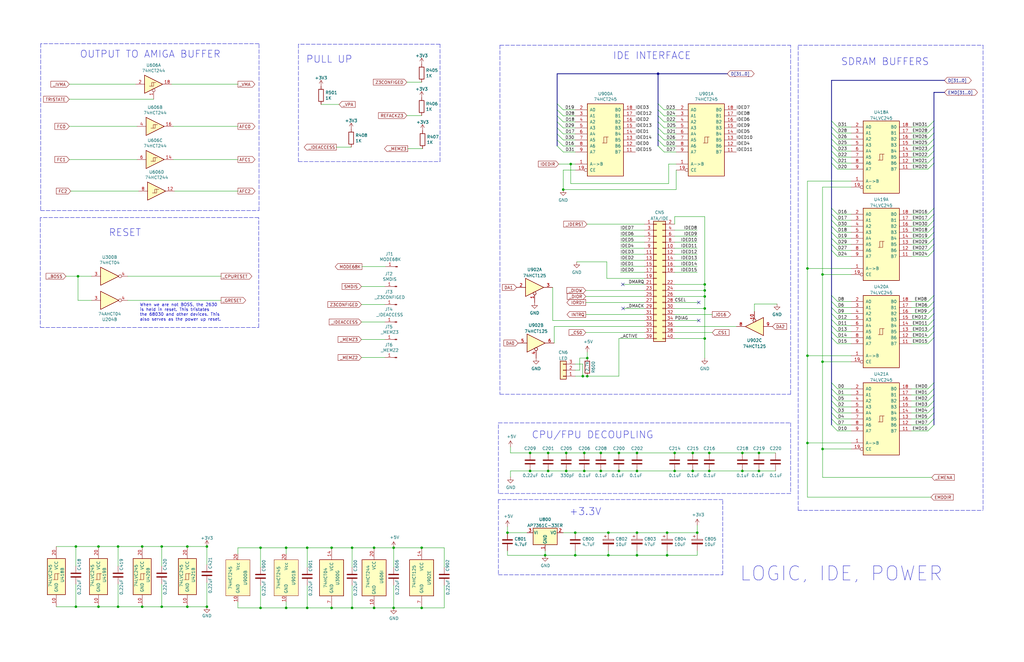
<source format=kicad_sch>
(kicad_sch (version 20211123) (generator eeschema)
  (paper "B")
  (title_block (title "Amiga N2630") (date "2022-08-20") (rev "2.2"))
  (junction (at 340.487 113.284))
  (junction (at 242.57 224.79))
  (junction (at 245.745 158.75))
  (junction (at 297.18 125.095))
  (junction (at 231.14 198.755))
  (junction (at 68.199 256.032))
  (junction (at 148.463 231.14))
  (junction (at 246.38 191.135))
  (junction (at 238.76 191.135))
  (junction (at 284.48 198.755))
  (junction (at 284.48 191.135))
  (junction (at 231.14 191.135))
  (junction (at 292.1 198.755))
  (junction (at 165.989 231.14))
  (junction (at 41.529 230.632))
  (junction (at 256.54 234.315))
  (junction (at 41.529 256.032))
  (junction (at 297.18 122.555))
  (junction (at 157.734 231.14))
  (junction (at 268.605 224.79))
  (junction (at 32.004 256.032))
  (junction (at 320.04 191.135))
  (junction (at 253.365 191.135))
  (junction (at 299.085 198.755))
  (junction (at 129.54 256.54))
  (junction (at 120.65 231.14))
  (junction (at 277.495 31.115))
  (junction (at 165.989 256.54))
  (junction (at 246.38 198.755))
  (junction (at 32.004 230.632))
  (junction (at 109.855 231.14))
  (junction (at 238.76 198.755))
  (junction (at 32.893 116.586))
  (junction (at 109.855 256.54))
  (junction (at 242.57 234.315))
  (junction (at 78.994 256.032))
  (junction (at 260.985 198.755))
  (junction (at 297.18 120.015))
  (junction (at 177.8 256.54))
  (junction (at 120.65 256.54))
  (junction (at 223.52 198.755))
  (junction (at 268.605 198.755))
  (junction (at 49.784 230.632))
  (junction (at 346.837 152.654))
  (junction (at 139.827 231.14))
  (junction (at 87.249 256.032))
  (junction (at 313.055 191.135))
  (junction (at 281.305 234.315))
  (junction (at 139.827 256.54))
  (junction (at 49.784 256.032))
  (junction (at 294.005 224.79))
  (junction (at 78.994 230.632))
  (junction (at 129.54 231.14))
  (junction (at 247.65 158.75))
  (junction (at 320.04 198.755))
  (junction (at 213.995 224.79))
  (junction (at 177.8 231.14))
  (junction (at 268.605 191.135))
  (junction (at 247.65 151.13))
  (junction (at 299.085 191.135))
  (junction (at 87.249 230.632))
  (junction (at 148.463 256.54))
  (junction (at 297.18 142.875))
  (junction (at 340.487 186.944))
  (junction (at 237.49 80.01))
  (junction (at 157.734 256.54))
  (junction (at 340.487 150.114))
  (junction (at 292.1 191.135))
  (junction (at 256.54 224.79))
  (junction (at 346.8624 189.484))
  (junction (at 297.18 130.175))
  (junction (at 346.837 115.824))
  (junction (at 313.055 198.755))
  (junction (at 268.605 234.315))
  (junction (at 229.87 234.315))
  (junction (at 59.944 256.032))
  (junction (at 59.944 230.632))
  (junction (at 240.665 69.215))
  (junction (at 253.365 198.755))
  (junction (at 281.305 224.79))
  (junction (at 68.199 230.632))
  (junction (at 260.985 191.135))
  (junction (at 223.52 191.135))
  (no_connect (at 294.64 127.635))
  (no_connect (at 294.64 135.255))
  (no_connect (at 262.763 130.175))
  (no_connect (at 262.636 120.015))
  (bus_entry (at 353.187 139.954) (size -2.54 -2.54))
  (bus_entry (at 277.495 48.895) (size 2.54 2.54))
  (bus_entry (at 277.495 46.355) (size 2.54 2.54))
  (bus_entry (at 277.495 43.815) (size 2.54 2.54))
  (bus_entry (at 277.495 61.595) (size 2.54 2.54))
  (bus_entry (at 277.495 59.055) (size 2.54 2.54))
  (bus_entry (at 277.495 56.515) (size 2.54 2.54))
  (bus_entry (at 277.495 53.975) (size 2.54 2.54))
  (bus_entry (at 277.495 51.435) (size 2.54 2.54))
  (bus_entry (at 353.187 164.084) (size -2.54 -2.54))
  (bus_entry (at 391.287 145.034) (size 2.54 -2.54))
  (bus_entry (at 391.287 166.624) (size 2.54 -2.54))
  (bus_entry (at 353.187 137.414) (size -2.54 -2.54))
  (bus_entry (at 391.287 164.084) (size 2.54 -2.54))
  (bus_entry (at 391.287 71.374) (size 2.54 -2.54))
  (bus_entry (at 353.187 142.494) (size -2.54 -2.54))
  (bus_entry (at 353.187 53.594) (size -2.54 -2.54))
  (bus_entry (at 353.187 129.794) (size -2.54 -2.54))
  (bus_entry (at 391.287 95.504) (size 2.54 -2.54))
  (bus_entry (at 391.287 103.124) (size 2.54 -2.54))
  (bus_entry (at 391.287 63.754) (size 2.54 -2.54))
  (bus_entry (at 391.287 169.164) (size 2.54 -2.54))
  (bus_entry (at 353.187 103.124) (size -2.54 -2.54))
  (bus_entry (at 391.287 98.044) (size 2.54 -2.54))
  (bus_entry (at 391.287 61.214) (size 2.54 -2.54))
  (bus_entry (at 391.287 127.254) (size 2.54 -2.54))
  (bus_entry (at 353.187 71.374) (size -2.54 -2.54))
  (bus_entry (at 353.187 169.164) (size -2.54 -2.54))
  (bus_entry (at 391.287 66.294) (size 2.54 -2.54))
  (bus_entry (at 353.187 100.584) (size -2.54 -2.54))
  (bus_entry (at 391.287 132.334) (size 2.54 -2.54))
  (bus_entry (at 391.287 142.494) (size 2.54 -2.54))
  (bus_entry (at 391.287 53.594) (size 2.54 -2.54))
  (bus_entry (at 353.187 90.424) (size -2.54 -2.54))
  (bus_entry (at 353.187 166.624) (size -2.54 -2.54))
  (bus_entry (at 353.187 108.204) (size -2.54 -2.54))
  (bus_entry (at 391.287 68.834) (size 2.54 -2.54))
  (bus_entry (at 353.187 95.504) (size -2.54 -2.54))
  (bus_entry (at 391.287 105.664) (size 2.54 -2.54))
  (bus_entry (at 391.287 171.704) (size 2.54 -2.54))
  (bus_entry (at 353.187 132.334) (size -2.54 -2.54))
  (bus_entry (at 391.287 137.414) (size 2.54 -2.54))
  (bus_entry (at 353.187 61.214) (size -2.54 -2.54))
  (bus_entry (at 391.287 108.204) (size 2.54 -2.54))
  (bus_entry (at 353.187 145.034) (size -2.54 -2.54))
  (bus_entry (at 353.187 127.254) (size -2.54 -2.54))
  (bus_entry (at 353.187 63.754) (size -2.54 -2.54))
  (bus_entry (at 353.187 134.874) (size -2.54 -2.54))
  (bus_entry (at 391.287 58.674) (size 2.54 -2.54))
  (bus_entry (at 353.187 68.834) (size -2.54 -2.54))
  (bus_entry (at 391.287 174.244) (size 2.54 -2.54))
  (bus_entry (at 391.287 181.864) (size 2.54 -2.54))
  (bus_entry (at 391.287 179.324) (size 2.54 -2.54))
  (bus_entry (at 391.287 176.784) (size 2.54 -2.54))
  (bus_entry (at 391.287 90.424) (size 2.54 -2.54))
  (bus_entry (at 353.187 92.964) (size -2.54 -2.54))
  (bus_entry (at 353.187 56.134) (size -2.54 -2.54))
  (bus_entry (at 353.187 181.864) (size -2.54 -2.54))
  (bus_entry (at 353.187 66.294) (size -2.54 -2.54))
  (bus_entry (at 353.187 179.324) (size -2.54 -2.54))
  (bus_entry (at 234.95 61.595) (size 2.54 2.54))
  (bus_entry (at 234.95 59.055) (size 2.54 2.54))
  (bus_entry (at 234.95 56.515) (size 2.54 2.54))
  (bus_entry (at 234.95 53.975) (size 2.54 2.54))
  (bus_entry (at 234.95 43.815) (size 2.54 2.54))
  (bus_entry (at 234.95 51.435) (size 2.54 2.54))
  (bus_entry (at 234.95 48.895) (size 2.54 2.54))
  (bus_entry (at 234.95 46.355) (size 2.54 2.54))
  (bus_entry (at 391.287 139.954) (size 2.54 -2.54))
  (bus_entry (at 353.187 174.244) (size -2.54 -2.54))
  (bus_entry (at 391.287 56.134) (size 2.54 -2.54))
  (bus_entry (at 353.187 98.044) (size -2.54 -2.54))
  (bus_entry (at 391.287 134.874) (size 2.54 -2.54))
  (bus_entry (at 353.187 105.664) (size -2.54 -2.54))
  (bus_entry (at 353.187 58.674) (size -2.54 -2.54))
  (bus_entry (at 353.187 171.704) (size -2.54 -2.54))
  (bus_entry (at 353.187 176.784) (size -2.54 -2.54))
  (bus_entry (at 391.287 100.584) (size 2.54 -2.54))
  (bus_entry (at 391.287 92.964) (size 2.54 -2.54))
  (bus_entry (at 391.287 129.794) (size 2.54 -2.54))
  (wire (pts (xy 384.302 127.254) (xy 391.287 127.254)))
  (wire (pts (xy 148.463 256.54) (xy 157.734 256.54)))
  (wire (pts (xy 41.529 256.032) (xy 49.784 256.032)))
  (wire (pts (xy 244.475 156.21) (xy 244.475 151.13)))
  (wire (pts (xy 281.94 77.47) (xy 240.665 77.47)))
  (wire (pts (xy 384.302 179.324) (xy 391.287 179.324)))
  (wire (pts (xy 247.65 151.13) (xy 247.65 148.59)))
  (bus (pts (xy 350.647 124.714) (xy 350.647 105.664)))
  (bus (pts (xy 350.647 174.244) (xy 350.647 171.704)))
  (wire (pts (xy 353.187 164.084) (xy 358.902 164.084)))
  (wire (pts (xy 280.035 51.435) (xy 285.115 51.435)))
  (wire (pts (xy 327.66 128.27) (xy 318.135 128.27)))
  (wire (pts (xy 242.57 153.67) (xy 245.745 153.67)))
  (bus (pts (xy 393.827 127.254) (xy 393.827 124.714)))
  (wire (pts (xy 353.187 53.594) (xy 358.902 53.594)))
  (polyline (pts (xy 333.375 208.28) (xy 210.185 208.28)))
  (wire (pts (xy 284.48 114.935) (xy 294.005 114.935)))
  (bus (pts (xy 234.95 48.895) (xy 234.95 46.355)))
  (wire (pts (xy 213.995 234.315) (xy 229.87 234.315)))
  (polyline (pts (xy 414.528 19.05) (xy 414.528 215.392)))
  (wire (pts (xy 353.187 71.374) (xy 358.902 71.374)))
  (wire (pts (xy 235.585 69.215) (xy 240.665 69.215)))
  (wire (pts (xy 285.115 69.215) (xy 281.94 69.215)))
  (polyline (pts (xy 336.55 215.392) (xy 414.528 215.392)))
  (wire (pts (xy 129.54 231.14) (xy 129.54 239.395)))
  (wire (pts (xy 384.302 166.624) (xy 391.287 166.624)))
  (polyline (pts (xy 336.55 19.05) (xy 414.528 19.05)))
  (bus (pts (xy 393.827 161.544) (xy 393.827 142.494)))
  (wire (pts (xy 284.48 130.175) (xy 297.18 130.175)))
  (bus (pts (xy 393.827 169.164) (xy 393.827 166.624)))
  (wire (pts (xy 260.985 198.755) (xy 253.365 198.755)))
  (wire (pts (xy 23.749 256.032) (xy 32.004 256.032)))
  (bus (pts (xy 393.827 105.664) (xy 393.827 103.124)))
  (wire (pts (xy 165.989 247.015) (xy 165.989 256.54)))
  (wire (pts (xy 73.66 80.645) (xy 100.33 80.645)))
  (bus (pts (xy 393.827 56.134) (xy 393.827 53.594)))
  (wire (pts (xy 171.958 62.738) (xy 178.181 62.738)))
  (wire (pts (xy 238.76 191.135) (xy 231.14 191.135)))
  (bus (pts (xy 350.647 98.044) (xy 350.647 95.504)))
  (polyline (pts (xy 185.547 18.669) (xy 125.857 18.669)))
  (wire (pts (xy 346.837 115.824) (xy 358.902 115.824)))
  (bus (pts (xy 393.827 132.334) (xy 393.827 129.794)))
  (bus (pts (xy 393.827 95.504) (xy 393.827 92.964)))
  (wire (pts (xy 32.004 256.032) (xy 41.529 256.032)))
  (wire (pts (xy 32.893 116.586) (xy 32.893 126.746)))
  (wire (pts (xy 148.463 231.14) (xy 157.734 231.14)))
  (wire (pts (xy 157.734 256.54) (xy 165.989 256.54)))
  (wire (pts (xy 280.035 46.355) (xy 285.115 46.355)))
  (wire (pts (xy 294.005 232.41) (xy 294.005 234.315)))
  (wire (pts (xy 346.837 115.824) (xy 346.837 152.654)))
  (wire (pts (xy 297.18 130.175) (xy 297.18 142.875)))
  (bus (pts (xy 350.647 179.324) (xy 350.647 176.784)))
  (wire (pts (xy 260.985 142.875) (xy 260.985 158.75)))
  (wire (pts (xy 384.302 95.504) (xy 391.287 95.504)))
  (polyline (pts (xy 109.093 138.176) (xy 109.093 91.821)))
  (wire (pts (xy 292.1 198.755) (xy 299.085 198.755)))
  (wire (pts (xy 247.015 127.635) (xy 271.78 127.635)))
  (wire (pts (xy 353.187 103.124) (xy 358.902 103.124)))
  (wire (pts (xy 129.54 256.54) (xy 139.827 256.54)))
  (bus (pts (xy 350.647 105.664) (xy 350.647 103.124)))
  (bus (pts (xy 393.827 176.784) (xy 393.827 174.244)))
  (wire (pts (xy 143.002 44.069) (xy 135.382 44.069)))
  (wire (pts (xy 255.905 117.475) (xy 271.78 117.475)))
  (wire (pts (xy 353.187 58.674) (xy 358.902 58.674)))
  (bus (pts (xy 234.95 31.115) (xy 277.495 31.115)))
  (polyline (pts (xy 210.82 166.37) (xy 333.375 166.37)))
  (polyline (pts (xy 210.185 208.28) (xy 210.185 178.435)))
  (wire (pts (xy 353.187 68.834) (xy 358.902 68.834)))
  (polyline (pts (xy 210.82 19.05) (xy 333.375 19.05)))
  (wire (pts (xy 32.004 230.632) (xy 23.749 230.632)))
  (bus (pts (xy 350.647 166.624) (xy 350.647 164.084)))
  (bus (pts (xy 393.827 51.054) (xy 393.827 38.989)))
  (wire (pts (xy 87.249 230.632) (xy 78.994 230.632)))
  (wire (pts (xy 384.302 66.294) (xy 391.287 66.294)))
  (wire (pts (xy 87.249 256.032) (xy 87.249 245.872)))
  (wire (pts (xy 346.837 78.994) (xy 346.837 115.824)))
  (bus (pts (xy 350.647 103.124) (xy 350.647 100.584)))
  (wire (pts (xy 384.302 181.864) (xy 391.287 181.864)))
  (wire (pts (xy 284.48 127.635) (xy 294.64 127.635)))
  (wire (pts (xy 109.855 247.015) (xy 109.855 256.54)))
  (wire (pts (xy 284.48 140.335) (xy 300.355 140.335)))
  (wire (pts (xy 284.48 109.855) (xy 294.005 109.855)))
  (wire (pts (xy 353.187 179.324) (xy 358.902 179.324)))
  (wire (pts (xy 261.62 102.235) (xy 271.78 102.235)))
  (wire (pts (xy 384.302 134.874) (xy 391.287 134.874)))
  (wire (pts (xy 268.605 191.135) (xy 284.48 191.135)))
  (wire (pts (xy 240.665 69.215) (xy 242.57 69.215)))
  (wire (pts (xy 346.8624 189.484) (xy 346.8624 201.4728)))
  (wire (pts (xy 64.77 41.91) (xy 29.21 41.91)))
  (wire (pts (xy 281.305 234.315) (xy 268.605 234.315)))
  (wire (pts (xy 53.848 126.746) (xy 93.218 126.746)))
  (wire (pts (xy 100.33 231.14) (xy 109.855 231.14)))
  (wire (pts (xy 340.487 113.284) (xy 340.487 150.114)))
  (wire (pts (xy 68.199 230.632) (xy 68.199 238.887)))
  (bus (pts (xy 393.827 179.324) (xy 393.827 176.784)))
  (wire (pts (xy 223.52 191.135) (xy 215.265 191.135)))
  (bus (pts (xy 234.95 43.815) (xy 234.95 31.115)))
  (wire (pts (xy 68.199 246.507) (xy 68.199 256.032)))
  (wire (pts (xy 242.57 156.21) (xy 244.475 156.21)))
  (wire (pts (xy 49.784 230.632) (xy 49.784 238.887)))
  (wire (pts (xy 139.827 231.14) (xy 148.463 231.14)))
  (bus (pts (xy 350.647 139.954) (xy 350.647 137.414)))
  (wire (pts (xy 237.49 224.79) (xy 242.57 224.79)))
  (bus (pts (xy 350.647 142.494) (xy 350.647 139.954)))
  (wire (pts (xy 320.04 191.135) (xy 313.055 191.135)))
  (wire (pts (xy 255.905 110.49) (xy 255.905 117.475)))
  (bus (pts (xy 234.95 46.355) (xy 234.95 43.815)))
  (bus (pts (xy 350.647 95.504) (xy 350.647 92.964)))
  (polyline (pts (xy 109.22 88.9) (xy 109.22 18.415)))
  (wire (pts (xy 187.325 247.015) (xy 187.325 256.54)))
  (wire (pts (xy 242.57 158.75) (xy 245.745 158.75)))
  (bus (pts (xy 277.495 59.055) (xy 277.495 56.515)))
  (bus (pts (xy 350.647 129.794) (xy 350.647 127.254)))
  (wire (pts (xy 353.187 134.874) (xy 358.902 134.874)))
  (wire (pts (xy 215.265 198.755) (xy 215.265 201.295)))
  (wire (pts (xy 152.4 120.904) (xy 162.306 120.904)))
  (polyline (pts (xy 210.82 19.05) (xy 210.82 166.37)))
  (bus (pts (xy 277.495 51.435) (xy 277.495 48.895)))
  (wire (pts (xy 268.605 198.755) (xy 284.48 198.755)))
  (wire (pts (xy 384.302 108.204) (xy 391.287 108.204)))
  (wire (pts (xy 281.305 224.79) (xy 294.005 224.79)))
  (bus (pts (xy 393.827 124.714) (xy 393.827 105.664)))
  (wire (pts (xy 284.48 99.695) (xy 294.005 99.695)))
  (wire (pts (xy 68.199 230.632) (xy 59.944 230.632)))
  (wire (pts (xy 384.302 169.164) (xy 391.287 169.164)))
  (wire (pts (xy 68.199 256.032) (xy 78.994 256.032)))
  (wire (pts (xy 346.8624 201.4728) (xy 392.8872 201.4728)))
  (wire (pts (xy 384.302 171.704) (xy 391.287 171.704)))
  (wire (pts (xy 346.837 152.654) (xy 358.902 152.654)))
  (wire (pts (xy 284.48 104.775) (xy 294.005 104.775)))
  (wire (pts (xy 353.187 63.754) (xy 358.902 63.754)))
  (wire (pts (xy 284.48 198.755) (xy 292.1 198.755)))
  (wire (pts (xy 229.87 232.41) (xy 229.87 234.315)))
  (wire (pts (xy 284.48 132.715) (xy 300.355 132.715)))
  (wire (pts (xy 237.49 59.055) (xy 242.57 59.055)))
  (wire (pts (xy 340.487 76.454) (xy 340.487 113.284)))
  (wire (pts (xy 148.463 247.015) (xy 148.463 256.54)))
  (wire (pts (xy 340.487 150.114) (xy 358.902 150.114)))
  (bus (pts (xy 393.827 87.884) (xy 393.827 68.834)))
  (wire (pts (xy 284.48 94.615) (xy 284.48 91.44)))
  (wire (pts (xy 384.302 174.244) (xy 391.287 174.244)))
  (wire (pts (xy 72.39 35.56) (xy 100.33 35.56)))
  (wire (pts (xy 384.302 137.414) (xy 391.287 137.414)))
  (wire (pts (xy 284.48 107.315) (xy 294.005 107.315)))
  (wire (pts (xy 59.944 230.632) (xy 49.784 230.632)))
  (bus (pts (xy 234.95 51.435) (xy 234.95 48.895)))
  (bus (pts (xy 234.95 61.595) (xy 234.95 59.055)))
  (wire (pts (xy 213.995 232.41) (xy 213.995 234.315)))
  (wire (pts (xy 384.302 139.954) (xy 391.287 139.954)))
  (bus (pts (xy 350.647 53.594) (xy 350.647 51.054)))
  (wire (pts (xy 100.33 256.54) (xy 109.855 256.54)))
  (wire (pts (xy 139.827 256.54) (xy 148.463 256.54)))
  (wire (pts (xy 237.49 51.435) (xy 242.57 51.435)))
  (wire (pts (xy 268.605 191.135) (xy 260.985 191.135)))
  (bus (pts (xy 393.827 100.584) (xy 393.827 98.044)))
  (wire (pts (xy 223.52 198.755) (xy 231.14 198.755)))
  (polyline (pts (xy 109.093 91.821) (xy 17.018 91.821)))
  (wire (pts (xy 152.654 112.522) (xy 162.56 112.522)))
  (wire (pts (xy 353.187 174.244) (xy 358.902 174.244)))
  (polyline (pts (xy 17.018 91.821) (xy 17.018 138.176)))
  (wire (pts (xy 245.745 158.75) (xy 247.65 158.75)))
  (bus (pts (xy 350.647 100.584) (xy 350.647 98.044)))
  (polyline (pts (xy 304.8 242.57) (xy 304.8 210.82)))
  (bus (pts (xy 277.495 43.815) (xy 277.495 31.115)))
  (wire (pts (xy 261.62 114.935) (xy 271.78 114.935)))
  (wire (pts (xy 58.42 80.645) (xy 29.845 80.645)))
  (wire (pts (xy 297.18 120.015) (xy 297.18 122.555)))
  (wire (pts (xy 313.055 198.755) (xy 320.04 198.755)))
  (wire (pts (xy 165.989 239.395) (xy 165.989 231.14)))
  (wire (pts (xy 261.62 107.315) (xy 271.78 107.315)))
  (bus (pts (xy 234.95 53.975) (xy 234.95 51.435)))
  (wire (pts (xy 260.985 142.875) (xy 271.78 142.875)))
  (wire (pts (xy 384.302 145.034) (xy 391.287 145.034)))
  (bus (pts (xy 393.827 142.494) (xy 393.827 139.954)))
  (wire (pts (xy 243.205 110.49) (xy 255.905 110.49)))
  (wire (pts (xy 242.57 224.79) (xy 256.54 224.79)))
  (bus (pts (xy 393.827 53.594) (xy 393.827 51.054)))
  (wire (pts (xy 120.65 254) (xy 120.65 256.54)))
  (polyline (pts (xy 333.375 178.435) (xy 333.375 208.28)))
  (wire (pts (xy 256.54 232.41) (xy 256.54 234.315)))
  (bus (pts (xy 277.495 53.975) (xy 277.495 51.435)))
  (polyline (pts (xy 17.018 138.176) (xy 109.093 138.176)))
  (bus (pts (xy 277.495 31.115) (xy 306.705 31.115)))
  (wire (pts (xy 358.902 78.994) (xy 346.837 78.994)))
  (wire (pts (xy 152.4 128.524) (xy 162.306 128.524)))
  (wire (pts (xy 384.302 129.794) (xy 391.287 129.794)))
  (wire (pts (xy 353.187 100.584) (xy 358.902 100.584)))
  (wire (pts (xy 231.14 198.755) (xy 238.76 198.755)))
  (wire (pts (xy 353.187 98.044) (xy 358.902 98.044)))
  (wire (pts (xy 384.302 71.374) (xy 391.287 71.374)))
  (wire (pts (xy 261.62 109.855) (xy 271.78 109.855)))
  (bus (pts (xy 350.647 164.084) (xy 350.647 161.544)))
  (polyline (pts (xy 17.145 88.9) (xy 109.22 88.9)))
  (wire (pts (xy 353.187 127.254) (xy 358.902 127.254)))
  (wire (pts (xy 280.035 64.135) (xy 285.115 64.135)))
  (wire (pts (xy 353.187 108.204) (xy 358.902 108.204)))
  (wire (pts (xy 294.005 224.79) (xy 294.005 221.615)))
  (wire (pts (xy 244.475 151.13) (xy 247.65 151.13)))
  (wire (pts (xy 247.523 94.615) (xy 271.78 94.615)))
  (bus (pts (xy 350.647 132.334) (xy 350.647 129.794)))
  (bus (pts (xy 393.827 68.834) (xy 393.827 66.294)))
  (bus (pts (xy 277.495 48.895) (xy 277.495 46.355)))
  (wire (pts (xy 256.54 224.79) (xy 268.605 224.79)))
  (wire (pts (xy 165.989 256.54) (xy 177.8 256.54)))
  (wire (pts (xy 340.487 186.944) (xy 358.902 186.944)))
  (wire (pts (xy 261.62 99.695) (xy 271.78 99.695)))
  (wire (pts (xy 237.49 80.01) (xy 285.115 80.01)))
  (polyline (pts (xy 125.857 68.199) (xy 185.547 68.199)))
  (wire (pts (xy 358.902 76.454) (xy 340.487 76.454)))
  (wire (pts (xy 233.68 137.795) (xy 233.68 144.78)))
  (wire (pts (xy 256.54 234.315) (xy 268.605 234.315)))
  (wire (pts (xy 32.004 246.507) (xy 32.004 256.032)))
  (wire (pts (xy 261.62 104.775) (xy 271.78 104.775)))
  (wire (pts (xy 280.035 53.975) (xy 285.115 53.975)))
  (wire (pts (xy 353.187 137.414) (xy 358.902 137.414)))
  (bus (pts (xy 393.827 129.794) (xy 393.827 127.254)))
  (bus (pts (xy 393.827 164.084) (xy 393.827 161.544)))
  (wire (pts (xy 59.944 256.032) (xy 68.199 256.032)))
  (wire (pts (xy 78.994 256.032) (xy 87.249 256.032)))
  (wire (pts (xy 229.87 234.315) (xy 242.57 234.315)))
  (wire (pts (xy 165.989 231.14) (xy 177.8 231.14)))
  (wire (pts (xy 53.848 116.586) (xy 93.218 116.586)))
  (wire (pts (xy 237.49 53.975) (xy 242.57 53.975)))
  (wire (pts (xy 261.62 97.155) (xy 271.78 97.155)))
  (wire (pts (xy 57.785 53.34) (xy 29.21 53.34)))
  (bus (pts (xy 393.827 61.214) (xy 393.827 58.674)))
  (bus (pts (xy 393.827 63.754) (xy 393.827 61.214)))
  (wire (pts (xy 57.15 35.56) (xy 29.21 35.56)))
  (bus (pts (xy 393.827 139.954) (xy 393.827 137.414)))
  (wire (pts (xy 346.8624 189.484) (xy 358.902 189.484)))
  (wire (pts (xy 384.302 100.584) (xy 391.287 100.584)))
  (wire (pts (xy 353.187 139.954) (xy 358.902 139.954)))
  (wire (pts (xy 253.365 191.135) (xy 246.38 191.135)))
  (wire (pts (xy 247.015 122.555) (xy 271.78 122.555)))
  (wire (pts (xy 129.54 231.14) (xy 139.827 231.14)))
  (wire (pts (xy 297.18 122.555) (xy 297.18 125.095)))
  (wire (pts (xy 353.187 95.504) (xy 358.902 95.504)))
  (wire (pts (xy 152.4 143.256) (xy 162.306 143.256)))
  (bus (pts (xy 234.95 56.515) (xy 234.95 53.975)))
  (bus (pts (xy 350.647 127.254) (xy 350.647 124.714)))
  (wire (pts (xy 141.859 62.103) (xy 148.082 62.103)))
  (wire (pts (xy 57.785 67.31) (xy 29.21 67.31)))
  (bus (pts (xy 277.495 46.355) (xy 277.495 43.815)))
  (bus (pts (xy 350.647 87.884) (xy 350.647 68.834)))
  (wire (pts (xy 284.48 122.555) (xy 297.18 122.555)))
  (bus (pts (xy 393.827 137.414) (xy 393.827 134.874)))
  (wire (pts (xy 78.994 230.632) (xy 68.199 230.632)))
  (wire (pts (xy 353.187 56.134) (xy 358.902 56.134)))
  (wire (pts (xy 238.76 198.755) (xy 246.38 198.755)))
  (wire (pts (xy 294.005 234.315) (xy 281.305 234.315)))
  (wire (pts (xy 109.855 231.14) (xy 109.855 239.395)))
  (wire (pts (xy 73.025 67.31) (xy 100.33 67.31)))
  (wire (pts (xy 353.187 142.494) (xy 358.902 142.494)))
  (wire (pts (xy 284.48 142.875) (xy 297.18 142.875)))
  (polyline (pts (xy 210.185 242.57) (xy 304.8 242.57)))
  (polyline (pts (xy 210.185 178.435) (xy 333.375 178.435)))
  (wire (pts (xy 353.187 169.164) (xy 358.902 169.164)))
  (wire (pts (xy 353.187 176.784) (xy 358.902 176.784)))
  (bus (pts (xy 393.827 90.424) (xy 393.827 87.884)))
  (wire (pts (xy 353.187 171.704) (xy 358.902 171.704)))
  (wire (pts (xy 120.65 231.14) (xy 129.54 231.14)))
  (wire (pts (xy 284.48 102.235) (xy 294.005 102.235)))
  (wire (pts (xy 384.302 98.044) (xy 391.287 98.044)))
  (wire (pts (xy 292.1 191.135) (xy 299.085 191.135)))
  (bus (pts (xy 350.647 66.294) (xy 350.647 63.754)))
  (wire (pts (xy 237.49 71.755) (xy 237.49 80.01)))
  (wire (pts (xy 384.302 63.754) (xy 391.287 63.754)))
  (wire (pts (xy 120.65 231.14) (xy 120.65 233.68)))
  (bus (pts (xy 393.827 58.674) (xy 393.827 56.134)))
  (wire (pts (xy 284.48 91.44) (xy 297.18 91.44)))
  (wire (pts (xy 262.763 130.175) (xy 271.78 130.175)))
  (wire (pts (xy 120.65 256.54) (xy 129.54 256.54)))
  (wire (pts (xy 187.325 256.54) (xy 177.8 256.54)))
  (wire (pts (xy 268.605 198.755) (xy 260.985 198.755)))
  (wire (pts (xy 247.015 132.715) (xy 271.78 132.715)))
  (polyline (pts (xy 304.8 210.82) (xy 210.185 210.82)))
  (wire (pts (xy 246.38 191.135) (xy 238.76 191.135)))
  (wire (pts (xy 280.035 61.595) (xy 285.115 61.595)))
  (bus (pts (xy 350.647 161.544) (xy 350.647 142.494)))
  (wire (pts (xy 223.52 198.755) (xy 215.265 198.755)))
  (bus (pts (xy 393.827 166.624) (xy 393.827 164.084)))
  (wire (pts (xy 171.577 34.671) (xy 177.8 34.671)))
  (bus (pts (xy 277.495 56.515) (xy 277.495 53.975)))
  (wire (pts (xy 280.035 59.055) (xy 285.115 59.055)))
  (wire (pts (xy 32.893 116.586) (xy 27.813 116.586)))
  (wire (pts (xy 233.045 135.255) (xy 271.78 135.255)))
  (wire (pts (xy 268.605 234.315) (xy 268.605 232.41)))
  (wire (pts (xy 260.985 191.135) (xy 253.365 191.135)))
  (wire (pts (xy 87.249 238.252) (xy 87.249 230.632)))
  (wire (pts (xy 41.529 230.632) (xy 32.004 230.632)))
  (wire (pts (xy 353.187 61.214) (xy 358.902 61.214)))
  (wire (pts (xy 353.187 129.794) (xy 358.902 129.794)))
  (wire (pts (xy 353.187 181.864) (xy 358.902 181.864)))
  (wire (pts (xy 281.305 232.41) (xy 281.305 234.315)))
  (bus (pts (xy 393.827 103.124) (xy 393.827 100.584)))
  (wire (pts (xy 353.187 92.964) (xy 358.902 92.964)))
  (wire (pts (xy 284.48 137.795) (xy 310.515 137.795)))
  (polyline (pts (xy 109.22 18.415) (xy 17.145 18.415)))
  (polyline (pts (xy 336.55 215.392) (xy 336.55 19.05)))
  (wire (pts (xy 242.57 234.315) (xy 242.57 232.41)))
  (bus (pts (xy 350.647 51.054) (xy 350.647 33.909)))
  (wire (pts (xy 237.49 56.515) (xy 242.57 56.515)))
  (wire (pts (xy 284.48 97.155) (xy 294.005 97.155)))
  (wire (pts (xy 213.995 224.79) (xy 213.995 222.25)))
  (wire (pts (xy 187.325 239.395) (xy 187.325 231.14)))
  (wire (pts (xy 148.463 239.395) (xy 148.463 231.14)))
  (wire (pts (xy 353.187 90.424) (xy 358.902 90.424)))
  (bus (pts (xy 393.827 134.874) (xy 393.827 132.334)))
  (wire (pts (xy 73.025 53.34) (xy 100.33 53.34)))
  (wire (pts (xy 384.302 68.834) (xy 391.287 68.834)))
  (bus (pts (xy 350.647 90.424) (xy 350.647 87.884)))
  (wire (pts (xy 237.49 46.355) (xy 242.57 46.355)))
  (wire (pts (xy 384.302 176.784) (xy 391.287 176.784)))
  (wire (pts (xy 231.14 191.135) (xy 223.52 191.135)))
  (wire (pts (xy 384.302 56.134) (xy 391.287 56.134)))
  (wire (pts (xy 49.784 246.507) (xy 49.784 256.032)))
  (wire (pts (xy 247.65 158.75) (xy 260.985 158.75)))
  (wire (pts (xy 384.302 103.124) (xy 391.287 103.124)))
  (wire (pts (xy 242.57 234.315) (xy 256.54 234.315)))
  (wire (pts (xy 353.187 66.294) (xy 358.902 66.294)))
  (wire (pts (xy 100.33 231.14) (xy 100.33 233.68)))
  (wire (pts (xy 340.487 209.804) (xy 392.557 209.804)))
  (wire (pts (xy 129.54 247.015) (xy 129.54 256.54)))
  (wire (pts (xy 384.302 58.674) (xy 391.287 58.674)))
  (wire (pts (xy 171.577 48.768) (xy 177.8 48.768)))
  (wire (pts (xy 187.325 231.14) (xy 177.8 231.14)))
  (bus (pts (xy 393.827 171.704) (xy 393.827 169.164)))
  (wire (pts (xy 247.015 125.095) (xy 271.78 125.095)))
  (wire (pts (xy 271.78 137.795) (xy 233.68 137.795)))
  (wire (pts (xy 246.38 198.755) (xy 253.365 198.755)))
  (wire (pts (xy 222.25 224.79) (xy 213.995 224.79)))
  (bus (pts (xy 393.827 174.244) (xy 393.827 171.704)))
  (bus (pts (xy 393.827 98.044) (xy 393.827 95.504)))
  (polyline (pts (xy 185.547 68.199) (xy 185.547 18.669)))
  (wire (pts (xy 262.636 120.015) (xy 271.78 120.015)))
  (wire (pts (xy 281.94 69.215) (xy 281.94 77.47)))
  (wire (pts (xy 384.302 61.214) (xy 391.287 61.214)))
  (wire (pts (xy 297.18 142.875) (xy 297.18 151.13)))
  (bus (pts (xy 350.647 176.784) (xy 350.647 174.244)))
  (bus (pts (xy 350.647 58.674) (xy 350.647 56.134)))
  (bus (pts (xy 393.827 38.989) (xy 398.272 38.989)))
  (polyline (pts (xy 333.375 166.37) (xy 333.375 19.05)))
  (wire (pts (xy 261.62 112.395) (xy 271.78 112.395)))
  (wire (pts (xy 284.48 120.015) (xy 297.18 120.015)))
  (wire (pts (xy 237.49 64.135) (xy 242.57 64.135)))
  (wire (pts (xy 284.48 191.135) (xy 292.1 191.135)))
  (wire (pts (xy 340.487 186.944) (xy 340.487 209.804)))
  (wire (pts (xy 38.608 126.746) (xy 32.893 126.746)))
  (wire (pts (xy 49.784 230.632) (xy 41.529 230.632)))
  (wire (pts (xy 100.33 254) (xy 100.33 256.54)))
  (wire (pts (xy 346.837 152.654) (xy 346.837 189.484)))
  (wire (pts (xy 318.135 128.27) (xy 318.135 131.445)))
  (wire (pts (xy 353.187 166.624) (xy 358.902 166.624)))
  (wire (pts (xy 38.608 116.586) (xy 32.893 116.586)))
  (wire (pts (xy 237.49 61.595) (xy 242.57 61.595)))
  (wire (pts (xy 109.855 256.54) (xy 120.65 256.54)))
  (wire (pts (xy 353.187 132.334) (xy 358.902 132.334)))
  (wire (pts (xy 353.187 105.664) (xy 358.902 105.664)))
  (wire (pts (xy 152.4 135.89) (xy 162.306 135.89)))
  (bus (pts (xy 350.647 169.164) (xy 350.647 166.624)))
  (wire (pts (xy 32.004 230.632) (xy 32.004 238.887)))
  (bus (pts (xy 277.495 61.595) (xy 277.495 59.055)))
  (wire (pts (xy 284.48 112.395) (xy 294.005 112.395)))
  (wire (pts (xy 152.4 150.876) (xy 162.306 150.876)))
  (wire (pts (xy 245.745 153.67) (xy 245.745 158.75)))
  (wire (pts (xy 247.015 140.335) (xy 271.78 140.335)))
  (bus (pts (xy 393.827 66.294) (xy 393.827 63.754)))
  (wire (pts (xy 109.855 231.14) (xy 120.65 231.14)))
  (bus (pts (xy 350.647 134.874) (xy 350.647 132.334)))
  (wire (pts (xy 384.302 53.594) (xy 391.287 53.594)))
  (wire (pts (xy 340.487 113.284) (xy 358.902 113.284)))
  (wire (pts (xy 233.045 135.255) (xy 233.045 121.285)))
  (wire (pts (xy 237.49 71.755) (xy 242.57 71.755)))
  (wire (pts (xy 346.837 189.484) (xy 346.8624 189.484)))
  (bus (pts (xy 350.647 33.909) (xy 398.272 33.909)))
  (bus (pts (xy 350.647 137.414) (xy 350.647 134.874)))
  (wire (pts (xy 320.04 198.755) (xy 327.025 198.755)))
  (bus (pts (xy 350.647 63.754) (xy 350.647 61.214)))
  (polyline (pts (xy 17.145 18.415) (xy 17.145 88.9)))
  (wire (pts (xy 384.302 142.494) (xy 391.287 142.494)))
  (bus (pts (xy 350.647 68.834) (xy 350.647 66.294)))
  (wire (pts (xy 215.265 191.135) (xy 215.265 188.595)))
  (bus (pts (xy 350.647 61.214) (xy 350.647 58.674)))
  (wire (pts (xy 280.035 56.515) (xy 285.115 56.515)))
  (bus (pts (xy 234.95 59.055) (xy 234.95 56.515)))
  (wire (pts (xy 297.18 91.44) (xy 297.18 120.015)))
  (wire (pts (xy 384.302 92.964) (xy 391.287 92.964)))
  (bus (pts (xy 393.827 92.964) (xy 393.827 90.424)))
  (polyline (pts (xy 210.185 210.82) (xy 210.185 242.57)))
  (wire (pts (xy 384.302 132.334) (xy 391.287 132.334)))
  (bus (pts (xy 350.647 56.134) (xy 350.647 53.594)))
  (wire (pts (xy 49.784 256.032) (xy 59.944 256.032)))
  (wire (pts (xy 157.734 231.14) (xy 165.989 231.14)))
  (wire (pts (xy 240.665 77.47) (xy 240.665 69.215)))
  (wire (pts (xy 353.187 145.034) (xy 358.902 145.034)))
  (wire (pts (xy 284.48 135.255) (xy 294.64 135.255)))
  (wire (pts (xy 327.025 191.135) (xy 320.04 191.135)))
  (wire (pts (xy 384.302 105.664) (xy 391.287 105.664)))
  (wire (pts (xy 384.302 90.424) (xy 391.287 90.424)))
  (wire (pts (xy 297.18 125.095) (xy 297.18 130.175)))
  (wire (pts (xy 237.49 48.895) (xy 242.57 48.895)))
  (wire (pts (xy 340.487 150.114) (xy 340.487 186.944)))
  (wire (pts (xy 299.085 198.755) (xy 313.055 198.755)))
  (wire (pts (xy 268.605 224.79) (xy 281.305 224.79)))
  (wire (pts (xy 384.302 164.084) (xy 391.287 164.084)))
  (wire (pts (xy 285.115 80.01) (xy 285.115 71.755)))
  (wire (pts (xy 280.035 48.895) (xy 285.115 48.895)))
  (wire (pts (xy 299.085 191.135) (xy 313.055 191.135)))
  (wire (pts (xy 284.48 125.095) (xy 297.18 125.095)))
  (polyline (pts (xy 125.857 18.669) (xy 125.857 68.199)))
  (bus (pts (xy 350.647 171.704) (xy 350.647 169.164)))
  (bus (pts (xy 350.647 92.964) (xy 350.647 90.424)))
  (text "IDE INTERFACE" (at 258.445 25.4 0) (effects (font (size 3 3)) (justify left bottom)))
  (text "PULL UP" (at 129.032 26.924 0) (effects (font (size 2.9972 2.9972)) (justify left bottom)))
  (text "RESET" (at 59.563 100.076 180) (effects (font (size 2.9972 2.9972)) (justify right bottom)))
  (text "CPU/FPU DECOUPLING" (at 224.155 185.42 0) (effects (font (size 2.9972 2.9972)) (justify left bottom)))
  (text "LOGIC, IDE, POWER" (at 311.785 245.745 0) (effects (font (size 6 6)) (justify left bottom)))
  (text "When we are not BOSS, the 2630\nis held in reset. This tristates \nthe 68030 and other devices. This\nalso serves as the power up reset." (at 58.928 135.636 0) (effects (font (size 1.27 1.27)) (justify left bottom)))
  (text "OUTPUT TO AMIGA BUFFER" (at 33.655 24.765 0) (effects (font (size 2.9972 2.9972)) (justify left bottom)))
  (text "SDRAM BUFFERS" (at 354.584 27.94 0) (effects (font (size 3 3)) (justify left bottom)))
  (text "+3.3V" (at 240.03 217.805 0) (effects (font (size 2.9972 2.9972)) (justify left bottom)))
  (label "CSEL" (at 284.48 127.635 0))
  (label "D20" (at 284.734 61.595 180))
  (label "D18" (at 353.314 98.044 0))
  (label "EMD17" (at 391.16 92.964 180))
  (label "EMD16" (at 391.16 90.424 180))
  (label "PDIAG" (at 284.48 135.255 0))
  (label "D25" (at 353.314 61.214 0))
  (label "IDED11" (at 310.515 64.135 0))
  (label "D28" (at 242.316 48.895 180))
  (label "EMD18" (at 391.16 98.044 180))
  (label "IDED6" (at 261.62 99.695 0))
  (label "D13" (at 353.314 139.954 0))
  (label "IDED7" (at 310.515 46.355 0))
  (label "IDED4" (at 261.62 104.775 0))
  (label "D22" (at 284.861 51.435 180))
  (label "EMD11" (at 391.16 137.414 180))
  (label "D10" (at 353.314 181.864 0))
  (label "D8" (at 353.314 127.254 0))
  (label "D0" (at 353.314 164.084 0))
  (label "_ACTIVE" (at 261.62 142.875 0))
  (label "IDED15" (at 294.005 114.935 180))
  (label "IDED9" (at 310.515 53.975 0))
  (label "EMD13" (at 391.16 139.954 180))
  (label "EMD20" (at 391.16 71.374 180))
  (label "_DMACK" (at 271.653 130.175 180))
  (label "IDED9" (at 294.005 99.695 180))
  (label "EMD15" (at 391.16 145.034 180))
  (label "D22" (at 353.314 66.294 0))
  (label "IDED14" (at 267.97 59.055 0))
  (label "EMD30" (at 391.16 95.504 180))
  (label "IDED10" (at 310.515 59.055 0))
  (label "IDED3" (at 261.62 107.315 0))
  (label "D26" (at 284.861 59.055 180))
  (label "EMD12" (at 390.906 134.874 180))
  (label "IDED8" (at 294.005 97.155 180))
  (label "D27" (at 284.861 64.135 180))
  (label "EMD8" (at 390.906 127.254 180))
  (label "D7" (at 353.314 179.324 0))
  (label "IDED0" (at 267.97 61.595 0))
  (label "D29" (at 353.314 103.124 0))
  (label "EMD7" (at 391.16 179.324 180))
  (label "D19" (at 242.189 46.355 180))
  (label "IDED4" (at 310.515 61.595 0))
  (label "D19" (at 353.314 100.584 0))
  (label "IDED14" (at 294.005 112.395 180))
  (label "D5" (at 353.314 169.164 0))
  (label "D20" (at 353.314 71.374 0))
  (label "D21" (at 284.988 56.515 180))
  (label "D26" (at 353.314 58.674 0))
  (label "D31" (at 353.314 53.594 0))
  (label "D23" (at 353.314 63.754 0))
  (label "D15" (at 353.314 145.034 0))
  (label "IDED8" (at 310.515 48.895 0))
  (label "IDED3" (at 267.97 46.355 0))
  (label "D1" (at 353.314 166.624 0))
  (label "IDED15" (at 267.97 64.135 0))
  (label "IDED6" (at 310.515 51.435 0))
  (label "EMD10" (at 391.16 181.864 180))
  (label "EMD2" (at 391.16 169.164 180))
  (label "EMD26" (at 391.16 58.674 180))
  (label "IDED2" (at 261.62 109.855 0))
  (label "EMD31" (at 391.16 53.594 180))
  (label "EMD22" (at 391.16 66.294 180))
  (label "EMD29" (at 391.16 103.124 180))
  (label "D4" (at 353.314 176.784 0))
  (label "D17" (at 242.316 56.515 180))
  (label "D18" (at 242.316 51.435 180))
  (label "D31" (at 242.316 64.135 180))
  (label "D23" (at 284.734 46.355 180))
  (label "EMD1" (at 391.16 166.624 180))
  (label "D24" (at 284.861 48.895 180))
  (label "EMD19" (at 391.16 100.584 180))
  (label "IDED5" (at 310.515 56.515 0))
  (label "D9" (at 353.314 132.334 0))
  (label "IDED12" (at 267.97 48.895 0))
  (label "EMD21" (at 391.16 68.834 180))
  (label "EMD24" (at 391.16 108.204 180))
  (label "D30" (at 242.189 59.055 180))
  (label "EMD28" (at 391.16 56.134 180))
  (label "EMD9" (at 390.906 132.334 180))
  (label "DMARQ" (at 271.653 120.015 180))
  (label "D27" (at 353.314 105.664 0))
  (label "D25" (at 284.988 53.975 180))
  (label "EMD3" (at 391.16 171.704 180))
  (label "D24" (at 353.314 108.204 0))
  (label "EMD27" (at 391.16 105.664 180))
  (label "IDED1" (at 261.62 112.395 0))
  (label "IDED10" (at 294.005 102.235 180))
  (label "IDED13" (at 294.005 109.855 180))
  (label "D16" (at 242.189 61.595 180))
  (label "D11" (at 353.314 137.414 0))
  (label "D6" (at 353.314 129.794 0))
  (label "D21" (at 353.314 68.834 0))
  (label "D17" (at 353.314 92.964 0))
  (label "IDED7" (at 261.62 97.155 0))
  (label "D2" (at 353.314 171.704 0))
  (label "EMD5" (at 391.16 176.784 180))
  (label "IDED12" (at 294.005 107.315 180))
  (label "D16" (at 353.314 90.424 0))
  (label "EMD25" (at 391.16 61.214 180))
  (label "IDED5" (at 261.62 102.235 0))
  (label "D29" (at 242.189 53.975 180))
  (label "D30" (at 353.314 95.504 0))
  (label "IDED13" (at 267.97 53.975 0))
  (label "EMD23" (at 391.16 63.754 180))
  (label "IDED1" (at 267.97 56.515 0))
  (label "EMD4" (at 391.16 174.244 180))
  (label "EMD6" (at 391.16 129.794 180))
  (label "EMD0" (at 391.16 164.084 180))
  (label "D3" (at 353.314 174.244 0))
  (label "D12" (at 353.314 134.874 0))
  (label "D14" (at 353.314 142.494 0))
  (label "IDED0" (at 261.62 114.935 0))
  (label "IDED2" (at 267.97 51.435 0))
  (label "D28" (at 353.314 56.134 0))
  (label "IDED11" (at 294.005 104.775 180))
  (label "EMD14" (at 391.16 142.494 180))
  (global_label "_MEMZ3" (shape input) (at 152.4 143.256 180) (property "Intersheet References" "${INTERSHEET_REFS}" (effects hide)))
  (global_label "_VMA" (shape output) (at 100.33 35.56 0) (effects (font (size 1.2954 1.2954))) (property "Intersheet References" "${INTERSHEET_REFS}" (effects hide)))
  (global_label "_IDERST" (shape input) (at 247.523 94.615 180) (property "Intersheet References" "${INTERSHEET_REFS}" (effects hide)))
  (global_label "_EMENA" (shape input) (at 392.8872 201.4728 0) (property "Intersheet References" "${INTERSHEET_REFS}" (effects hide)))
  (global_label "FC0" (shape input) (at 29.21 53.34 180) (effects (font (size 1.2954 1.2954))) (property "Intersheet References" "${INTERSHEET_REFS}" (effects hide)))
  (global_label "_IVMA" (shape input) (at 29.21 35.56 180) (effects (font (size 1.2954 1.2954))) (property "Intersheet References" "${INTERSHEET_REFS}" (effects hide)))
  (global_label "SMDIS" (shape input) (at 152.4 120.904 180) (property "Intersheet References" "${INTERSHEET_REFS}" (effects hide)))
  (global_label "_BOSS" (shape input) (at 27.813 116.586 180) (property "Intersheet References" "${INTERSHEET_REFS}" (effects hide)))
  (global_label "MODE68K" (shape output) (at 152.654 112.522 180) (property "Intersheet References" "${INTERSHEET_REFS}" (effects hide)))
  (global_label "_CS0" (shape input) (at 247.015 140.335 180) (property "Intersheet References" "${INTERSHEET_REFS}" (effects hide)))
  (global_label "DA2" (shape input) (at 325.755 137.795 0) (property "Intersheet References" "${INTERSHEET_REFS}" (effects hide)))
  (global_label "_IDEACCESS" (shape input) (at 152.4 135.89 180) (property "Intersheet References" "${INTERSHEET_REFS}" (effects hide)))
  (global_label "_DIOW" (shape input) (at 247.015 122.555 180) (property "Intersheet References" "${INTERSHEET_REFS}" (effects hide)))
  (global_label "EMDDIR" (shape input) (at 392.557 209.804 0) (property "Intersheet References" "${INTERSHEET_REFS}" (effects hide)))
  (global_label "DA0" (shape input) (at 218.44 144.78 180) (property "Intersheet References" "${INTERSHEET_REFS}" (effects hide)))
  (global_label "AFC0" (shape output) (at 100.33 53.34 0) (effects (font (size 1.2954 1.2954))) (property "Intersheet References" "${INTERSHEET_REFS}" (effects hide)))
  (global_label "IORDY" (shape output) (at 247.015 127.635 180) (property "Intersheet References" "${INTERSHEET_REFS}" (effects hide)))
  (global_label "DA1" (shape input) (at 217.805 121.285 180) (property "Intersheet References" "${INTERSHEET_REFS}" (effects hide)))
  (global_label "_VPA" (shape input) (at 143.002 44.069 0) (property "Intersheet References" "${INTERSHEET_REFS}" (effects hide)))
  (global_label "Z3CONFIGED" (shape input) (at 152.4 128.524 180) (property "Intersheet References" "${INTERSHEET_REFS}" (effects hide)))
  (global_label "IDEDIR" (shape input) (at 235.585 69.215 180) (property "Intersheet References" "${INTERSHEET_REFS}" (effects hide)))
  (global_label "_DIOR" (shape input) (at 247.015 125.095 180) (property "Intersheet References" "${INTERSHEET_REFS}" (effects hide)))
  (global_label "D[31..0]" (shape bidirectional) (at 398.272 33.909 0) (property "Intersheet References" "${INTERSHEET_REFS}" (effects hide)))
  (global_label "_CS1" (shape input) (at 300.355 140.335 0) (property "Intersheet References" "${INTERSHEET_REFS}" (effects hide)))
  (global_label "FC2" (shape input) (at 29.845 80.645 180) (effects (font (size 1.2954 1.2954))) (property "Intersheet References" "${INTERSHEET_REFS}" (effects hide)))
  (global_label "_MEMZ2" (shape input) (at 152.4 150.876 180) (property "Intersheet References" "${INTERSHEET_REFS}" (effects hide)))
  (global_label "D[31..0]" (shape bidirectional) (at 306.705 31.115 0) (property "Intersheet References" "${INTERSHEET_REFS}" (effects hide)))
  (global_label "EMD[31..0]" (shape bidirectional) (at 398.272 38.989 0) (property "Intersheet References" "${INTERSHEET_REFS}" (effects hide)))
  (global_label "FC1" (shape input) (at 29.21 67.31 180) (effects (font (size 1.2954 1.2954))) (property "Intersheet References" "${INTERSHEET_REFS}" (effects hide)))
  (global_label "INTRQ" (shape output) (at 247.015 132.715 180) (property "Intersheet References" "${INTERSHEET_REFS}" (effects hide)))
  (global_label "_GRESET" (shape output) (at 93.218 126.746 0) (property "Intersheet References" "${INTERSHEET_REFS}" (effects hide)))
  (global_label "_MEMZ3" (shape output) (at 171.958 62.738 180) (property "Intersheet References" "${INTERSHEET_REFS}" (effects hide)))
  (global_label "AFC2" (shape output) (at 100.33 80.645 0) (effects (font (size 1.2954 1.2954))) (property "Intersheet References" "${INTERSHEET_REFS}" (effects hide)))
  (global_label "REFACKZ3" (shape input) (at 171.577 48.768 180) (property "Intersheet References" "${INTERSHEET_REFS}" (effects hide)))
  (global_label "Z3CONFIGED" (shape input) (at 171.577 34.671 180) (property "Intersheet References" "${INTERSHEET_REFS}" (effects hide)))
  (global_label "TRISTATE" (shape input) (at 29.21 41.91 180) (effects (font (size 1.2954 1.2954))) (property "Intersheet References" "${INTERSHEET_REFS}" (effects hide)))
  (global_label "_CPURESET" (shape output) (at 93.218 116.586 0) (property "Intersheet References" "${INTERSHEET_REFS}" (effects hide)))
  (global_label "_IDEACCESS" (shape output) (at 141.859 62.103 180) (property "Intersheet References" "${INTERSHEET_REFS}" (effects hide)))
  (global_label "AFC1" (shape output) (at 100.33 67.31 0) (effects (font (size 1.2954 1.2954))) (property "Intersheet References" "${INTERSHEET_REFS}" (effects hide)))
  (global_label "_IO16" (shape output) (at 300.355 132.715 0) (property "Intersheet References" "${INTERSHEET_REFS}" (effects hide)))
  (symbol (lib_id "74xx:74LS05") (at 139.827 243.84 0) (unit 7)
    (property "Reference" "U300" (at 142.367 243.84 90))
    (property "Value" "74HCT04" (at 137.287 243.84 90))
    (property "Footprint" "Package_SO:SOIC-14_3.9x8.7mm_P1.27mm" (effects hide))
    (property "Datasheet" "http://www.ti.com/lit/gpn/sn74LS05" (effects hide))
  )
  (symbol (lib_id "74xx:74LS05") (at 46.228 116.586 0) (unit 2)
    (property "Reference" "U300" (at 46.228 108.5342 0))
    (property "Value" "74HCT04" (at 46.228 110.8456 0))
    (property "Footprint" "Package_SO:SOIC-14_3.9x8.7mm_P1.27mm" (effects hide))
    (property "Datasheet" "http://www.ti.com/lit/gpn/sn74LS05" (effects hide))
  )
  (symbol (lib_id "74xx:74LS04") (at 46.228 126.746 0) (unit 2)
    (property "Reference" "U204" (at 46.228 134.7978 0))
    (property "Value" "74AHCT04" (at 46.228 132.4864 0))
    (property "Footprint" "Package_SO:SOIC-14_3.9x8.7mm_P1.27mm" (effects hide))
    (property "Datasheet" "http://www.ti.com/lit/gpn/sn74LS04" (effects hide))
  )
  (symbol (lib_id "Device:R") (at 135.382 40.259 0) (unit 1)
    (property "Reference" "R501" (at 137.16 39.0906 0) (effects (justify left)))
    (property "Value" "1K" (at 137.16 41.402 0) (effects (justify left)))
    (property "Footprint" "Resistor_SMD:R_0805_2012Metric" (effects hide))
  )
  (symbol (lib_id "74xx:74LS244_Split") (at 64.77 35.56 0) (unit 1)
    (property "Reference" "U606" (at 64.77 27.5082 0))
    (property "Value" "74HCT244" (at 64.77 29.8196 0))
    (property "Footprint" "Package_SO:SOIC-20W_7.5x12.8mm_P1.27mm" (effects hide))
    (property "Datasheet" "http://www.ti.com/lit/ds/symlink/sn74ls241.pdf" (effects hide))
  )
  (symbol (lib_id "74xx:74LS244_Split") (at 65.405 53.34 0) (unit 2)
    (property "Reference" "U606" (at 65.405 45.2882 0))
    (property "Value" "74HCT244" (at 65.405 47.5996 0))
    (property "Footprint" "Package_SO:SOIC-20W_7.5x12.8mm_P1.27mm" (effects hide))
    (property "Datasheet" "http://www.ti.com/lit/ds/symlink/sn74ls241.pdf" (effects hide))
  )
  (symbol (lib_id "74xx:74LS244_Split") (at 65.405 67.31 0) (unit 3)
    (property "Reference" "U606" (at 65.405 59.2582 0))
    (property "Value" "74HCT244" (at 65.405 61.5696 0))
    (property "Footprint" "Package_SO:SOIC-20W_7.5x12.8mm_P1.27mm" (effects hide))
    (property "Datasheet" "http://www.ti.com/lit/ds/symlink/sn74ls241.pdf" (effects hide))
  )
  (symbol (lib_id "74xx:74LS244_Split") (at 66.04 80.645 0) (unit 4)
    (property "Reference" "U606" (at 66.04 72.5932 0))
    (property "Value" "74HCT244" (at 66.04 74.9046 0))
    (property "Footprint" "Package_SO:SOIC-20W_7.5x12.8mm_P1.27mm" (effects hide))
    (property "Datasheet" "http://www.ti.com/lit/ds/symlink/sn74ls241.pdf" (effects hide))
  )
  (symbol (lib_id "74xx:74LS244_Split") (at 157.734 243.84 0) (unit 9)
    (property "Reference" "U606" (at 160.909 246.38 90) (effects (justify left)))
    (property "Value" "74HCT244" (at 155.194 248.285 90) (effects (justify left)))
    (property "Footprint" "Package_SO:SOIC-20W_7.5x12.8mm_P1.27mm" (effects hide))
    (property "Datasheet" "http://www.ti.com/lit/ds/symlink/sn74ls241.pdf" (effects hide))
  )
  (symbol (lib_id "Device:C") (at 148.463 243.205 0) (unit 1)
    (property "Reference" "C300" (at 149.86 241.3 90) (effects (justify left)))
    (property "Value" "0.22uF" (at 149.86 251.587 90) (effects (justify left)))
    (property "Footprint" "Capacitor_SMD:C_0805_2012Metric" (effects hide))
  )
  (symbol (lib_id "Device:C") (at 165.989 243.205 0) (unit 1)
    (property "Reference" "C606" (at 167.386 241.173 90) (effects (justify left)))
    (property "Value" "0.22uF" (at 167.513 251.206 90) (effects (justify left)))
    (property "Footprint" "Capacitor_SMD:C_0805_2012Metric" (effects hide))
  )
  (symbol (lib_id "power:+5V") (at 165.989 231.14 0) (unit 1)
    (property "Reference" "#PWR0103" (effects hide))
    (property "Value" "+5V" (at 166.37 226.7458 0))
  )
  (symbol (lib_id "power:GND") (at 165.989 256.54 0) (unit 1)
    (property "Reference" "#PWR0183" (effects hide))
    (property "Value" "GND" (at 166.116 260.9342 0))
  )
  (symbol (lib_id "power:GND") (at 215.265 201.295 0) (unit 1)
    (property "Reference" "#PWR0185" (effects hide))
    (property "Value" "GND" (at 215.392 205.6892 0))
  )
  (symbol (lib_id "power:+3.3V") (at 294.005 221.615 0) (unit 1)
    (property "Reference" "#PWR0188" (effects hide))
    (property "Value" "+3.3V" (at 294.386 217.2208 0))
  )
  (symbol (lib_id "Device:C") (at 246.38 194.945 0) (unit 1)
    (property "Reference" "C206" (at 243.84 189.23 0) (effects (justify left)))
    (property "Value" "0.1uF" (at 243.84 200.66 0) (effects (justify left)))
    (property "Footprint" "Capacitor_SMD:C_0805_2012Metric" (effects hide))
  )
  (symbol (lib_id "Device:C") (at 299.085 194.945 0) (unit 1)
    (property "Reference" "C216" (at 296.545 189.23 0) (effects (justify left)))
    (property "Value" "0.1uF" (at 296.545 200.66 0) (effects (justify left)))
    (property "Footprint" "Capacitor_SMD:C_0805_2012Metric" (effects hide))
  )
  (symbol (lib_id "N2630:74LVC245") (at 371.602 176.784 0) (unit 1)
    (property "Reference" "U421" (at 371.602 157.8442 0))
    (property "Value" "74LVC245" (at 371.602 160.3811 0))
    (property "Footprint" "Package_SO:TSSOP-20_4.4x6.5mm_P0.65mm" (effects hide))
    (property "Datasheet" "http://www.ti.com/lit/gpn/sn74LS245" (effects hide))
  )
  (symbol (lib_id "power:+5V") (at 213.995 222.25 0) (unit 1)
    (property "Reference" "#PWR0187" (effects hide))
    (property "Value" "+5V" (at 214.376 217.8558 0))
  )
  (symbol (lib_id "74xx:74LS125") (at 226.06 144.78 0) (unit 2)
    (property "Reference" "U902" (at 226.06 137.2702 0))
    (property "Value" "74HCT125" (at 226.06 139.8071 0))
    (property "Footprint" "Package_SO:SOIC-14_3.9x8.7mm_P1.27mm" (effects hide))
    (property "Datasheet" "http://www.ti.com/lit/gpn/sn74LS125" (effects hide))
  )
  (symbol (lib_id "N2630:74HCT245") (at 100.33 243.84 0) (unit 2)
    (property "Reference" "U900" (at 103.505 243.84 90))
    (property "Value" "74HCT245" (at 97.155 243.84 90))
    (property "Footprint" "Package_SO:SOIC-20W_7.5x12.8mm_P1.27mm" (effects hide))
    (property "Datasheet" "http://www.ti.com/lit/gpn/sn74LS245" (effects hide))
  )
  (symbol (lib_id "Connector:Conn_01x01_Male") (at 167.386 120.904 180) (unit 1)
    (property "Reference" "JT2" (at 163.957 115.57 0))
    (property "Value" "SMDIS" (at 164.338 117.856 0))
    (property "Footprint" "Connector_PinHeader_2.54mm:PinHeader_1x01_P2.54mm_Vertical" (effects hide))
  )
  (symbol (lib_id "power:GND") (at 229.87 234.315 0) (unit 1)
    (property "Reference" "#PWR0186" (effects hide))
    (property "Value" "GND" (at 229.997 238.7092 0))
  )
  (symbol (lib_id "Device:C") (at 253.365 194.945 0) (unit 1)
    (property "Reference" "C208" (at 250.825 189.23 0) (effects (justify left)))
    (property "Value" "0.1uF" (at 250.825 200.66 0) (effects (justify left)))
    (property "Footprint" "Capacitor_SMD:C_0805_2012Metric" (effects hide))
  )
  (symbol (lib_id "power:+3.3V") (at 177.8 27.051 0) (unit 1)
    (property "Reference" "#PWR02" (effects hide))
    (property "Value" "+3.3V" (at 177.8 23.4752 0))
  )
  (symbol (lib_id "Device:C") (at 242.57 228.6 0) (unit 1)
    (property "Reference" "C800" (at 245.491 227.4316 0) (effects (justify left)))
    (property "Value" "4.7uF" (at 245.491 229.743 0) (effects (justify left)))
    (property "Footprint" "Capacitor_SMD:C_0805_2012Metric" (effects hide))
  )
  (symbol (lib_id "power:GND") (at 237.49 80.01 0) (unit 1)
    (property "Reference" "#PWR03" (effects hide))
    (property "Value" "GND" (at 237.49 84.4534 0))
  )
  (symbol (lib_id "N2630:74HCT245") (at 120.65 243.84 0) (unit 2)
    (property "Reference" "U901" (at 123.825 243.84 90))
    (property "Value" "74HCT245" (at 117.475 243.84 90))
    (property "Footprint" "Package_SO:SOIC-20W_7.5x12.8mm_P1.27mm" (effects hide))
    (property "Datasheet" "http://www.ti.com/lit/gpn/sn74LS245" (effects hide))
  )
  (symbol (lib_id "Connector:Conn_01x01_Male") (at 167.64 112.522 180) (unit 1)
    (property "Reference" "JT1" (at 164.211 107.188 0))
    (property "Value" "MODE68K" (at 164.592 109.474 0))
    (property "Footprint" "Connector_PinHeader_2.54mm:PinHeader_1x01_P2.54mm_Vertical" (effects hide))
  )
  (symbol (lib_id "Connector:Conn_01x01_Male") (at 167.386 128.524 180) (unit 1)
    (property "Reference" "JT3" (at 163.957 123.19 0))
    (property "Value" "_Z3CONFIGED" (at 164.338 125.476 0))
    (property "Footprint" "Connector_PinHeader_2.54mm:PinHeader_1x01_P2.54mm_Vertical" (effects hide))
  )
  (symbol (lib_id "Device:C") (at 320.04 194.945 0) (unit 1)
    (property "Reference" "C219" (at 317.5 189.23 0) (effects (justify left)))
    (property "Value" "0.1uF" (at 316.865 200.66 0) (effects (justify left)))
    (property "Footprint" "Capacitor_SMD:C_0805_2012Metric" (effects hide))
  )
  (symbol (lib_id "Device:C") (at 260.985 194.945 0) (unit 1)
    (property "Reference" "C200" (at 258.445 189.23 0) (effects (justify left)))
    (property "Value" "0.1uF" (at 257.81 200.66 0) (effects (justify left)))
    (property "Footprint" "Capacitor_SMD:C_0805_2012Metric" (effects hide))
  )
  (symbol (lib_id "Device:C") (at 187.325 243.205 0) (unit 1)
    (property "Reference" "C902" (at 188.722 241.173 90) (effects (justify left)))
    (property "Value" "0.22uF" (at 188.849 251.206 90) (effects (justify left)))
    (property "Footprint" "Capacitor_SMD:C_0805_2012Metric" (effects hide))
  )
  (symbol (lib_id "Regulator_Linear:AP7361C-33E") (at 229.87 224.79 0) (unit 1)
    (property "Reference" "U800" (at 229.87 219.1852 0))
    (property "Value" "AP7361C-33ER" (at 229.87 221.7221 0))
    (property "Footprint" "Package_TO_SOT_SMD:SOT-223-3_TabPin2" (effects hide))
    (property "Datasheet" "https://www.diodes.com/assets/Datasheets/AP7361C.pdf" (effects hide))
  )
  (symbol (lib_id "N2630:74LVC245") (at 78.994 243.332 0) (unit 2)
    (property "Reference" "U421" (at 81.534 245.872 90) (effects (justify left)))
    (property "Value" "74LVC245" (at 76.454 247.777 90) (effects (justify left)))
    (property "Footprint" "Package_SO:TSSOP-20_4.4x6.5mm_P0.65mm" (effects hide))
    (property "Datasheet" "http://www.ti.com/lit/gpn/sn74LS245" (effects hide))
  )
  (symbol (lib_id "Connector_Generic:Conn_02x20_Odd_Even") (at 276.86 117.475 0) (unit 1)
    (property "Reference" "CN5" (at 278.13 89.6452 0))
    (property "Value" "ATA/IDE" (at 278.13 92.1821 0))
    (property "Footprint" "N2630:ATA_Header_2x20_P2.54mm" (effects hide))
  )
  (symbol (lib_id "power:GND") (at 297.18 151.13 0) (unit 1)
    (property "Reference" "#PWR0170" (effects hide))
    (property "Value" "GND" (at 297.18 155.5734 0))
  )
  (symbol (lib_id "N2630:74LVC245") (at 371.602 66.294 0) (unit 1)
    (property "Reference" "U418" (at 371.602 47.3542 0))
    (property "Value" "74LVC245" (at 371.602 49.8911 0))
    (property "Footprint" "Package_SO:TSSOP-20_4.4x6.5mm_P0.65mm" (effects hide))
    (property "Datasheet" "http://www.ti.com/lit/gpn/sn74LS245" (effects hide))
  )
  (symbol (lib_id "power:+5V") (at 247.65 148.59 0) (unit 1)
    (property "Reference" "#PWR0202" (effects hide))
    (property "Value" "+5V" (at 248.031 144.1958 0))
  )
  (symbol (lib_id "power:GND") (at 327.66 128.27 0) (unit 1)
    (property "Reference" "#PWR0143" (effects hide))
    (property "Value" "GND" (at 327.66 132.7134 0))
  )
  (symbol (lib_id "power:+3.3V") (at 148.082 54.483 0) (unit 1)
    (property "Reference" "#PWR0152" (effects hide))
    (property "Value" "+3.3V" (at 148.082 50.9072 0))
  )
  (symbol (lib_id "Device:R") (at 148.082 58.293 0) (unit 1)
    (property "Reference" "R408" (at 149.86 57.1246 0) (effects (justify left)))
    (property "Value" "1K" (at 149.86 59.436 0) (effects (justify left)))
    (property "Footprint" "Resistor_SMD:R_0805_2012Metric" (effects hide))
  )
  (symbol (lib_id "Device:CP") (at 294.005 228.6 0) (unit 1)
    (property "Reference" "C805" (at 297.0022 227.4316 0) (effects (justify left)))
    (property "Value" "10uF" (at 297.0022 229.743 0) (effects (justify left)))
    (property "Footprint" "Capacitor_THT:CP_Radial_D5.0mm_P2.00mm" (effects hide))
  )
  (symbol (lib_id "Connector:Conn_01x01_Male") (at 167.386 150.876 180) (unit 1)
    (property "Reference" "JT6" (at 163.957 145.542 0))
    (property "Value" "_MEMZ2" (at 164.338 147.828 0))
    (property "Footprint" "Connector_PinHeader_2.54mm:PinHeader_1x01_P2.54mm_Vertical" (effects hide))
  )
  (symbol (lib_id "Device:C") (at 313.055 194.945 0) (unit 1)
    (property "Reference" "C218" (at 310.515 189.23 0) (effects (justify left)))
    (property "Value" "0.1uF" (at 310.515 200.66 0) (effects (justify left)))
    (property "Footprint" "Capacitor_SMD:C_0805_2012Metric" (effects hide))
  )
  (symbol (lib_id "Device:C") (at 213.995 228.6 0) (unit 1)
    (property "Reference" "C801" (at 216.916 227.4316 0) (effects (justify left)))
    (property "Value" "4.7uF" (at 216.916 229.743 0) (effects (justify left)))
    (property "Footprint" "Capacitor_SMD:C_0805_2012Metric" (effects hide))
  )
  (symbol (lib_id "N2630:74HCT245") (at 255.27 59.055 0) (unit 1)
    (property "Reference" "U900" (at 255.27 39.5732 0))
    (property "Value" "74HCT245" (at 255.27 41.8846 0))
    (property "Footprint" "Package_SO:SOIC-20W_7.5x12.8mm_P1.27mm" (effects hide))
    (property "Datasheet" "http://www.ti.com/lit/gpn/sn74LS245" (effects hide))
  )
  (symbol (lib_id "power:+3.3V") (at 135.382 36.449 0) (unit 1)
    (property "Reference" "#PWR0150" (effects hide))
    (property "Value" "+3.3V" (at 135.382 32.8732 0))
  )
  (symbol (lib_id "power:+3.3V") (at 178.181 55.118 0) (unit 1)
    (property "Reference" "#PWR0151" (effects hide))
    (property "Value" "+3.3V" (at 178.181 51.5422 0))
  )
  (symbol (lib_id "N2630:74LVC245") (at 23.749 243.332 0) (unit 2)
    (property "Reference" "U418" (at 26.289 245.872 90) (effects (justify left)))
    (property "Value" "74LVC245" (at 21.209 247.777 90) (effects (justify left)))
    (property "Footprint" "Package_SO:TSSOP-20_4.4x6.5mm_P0.65mm" (effects hide))
    (property "Datasheet" "http://www.ti.com/lit/gpn/sn74LS245" (effects hide))
  )
  (symbol (lib_id "Device:C") (at 292.1 194.945 0) (unit 1)
    (property "Reference" "C215" (at 289.56 189.23 0) (effects (justify left)))
    (property "Value" "0.1uF" (at 289.56 200.66 0) (effects (justify left)))
    (property "Footprint" "Capacitor_SMD:C_0805_2012Metric" (effects hide))
  )
  (symbol (lib_id "Device:CP") (at 281.305 228.6 0) (unit 1)
    (property "Reference" "C804" (at 284.3022 227.4316 0) (effects (justify left)))
    (property "Value" "10uF" (at 284.3022 229.743 0) (effects (justify left)))
    (property "Footprint" "Capacitor_THT:CP_Radial_D5.0mm_P2.00mm" (effects hide))
  )
  (symbol (lib_id "Device:C") (at 268.605 194.945 0) (unit 1)
    (property "Reference" "C202" (at 266.065 189.23 0) (effects (justify left)))
    (property "Value" "0.1uF" (at 265.43 200.66 0) (effects (justify left)))
    (property "Footprint" "Capacitor_SMD:C_0805_2012Metric" (effects hide))
  )
  (symbol (lib_id "Connector:Conn_01x01_Male") (at 167.386 143.256 180) (unit 1)
    (property "Reference" "JT5" (at 163.957 137.922 0))
    (property "Value" "_MEMZ3" (at 164.338 140.208 0))
    (property "Footprint" "Connector_PinHeader_2.54mm:PinHeader_1x01_P2.54mm_Vertical" (effects hide))
  )
  (symbol (lib_id "Device:R") (at 178.181 58.928 0) (unit 1)
    (property "Reference" "R407" (at 179.959 57.7596 0) (effects (justify left)))
    (property "Value" "1K" (at 179.959 60.071 0) (effects (justify left)))
    (property "Footprint" "Resistor_SMD:R_0805_2012Metric" (effects hide))
  )
  (symbol (lib_id "Device:R") (at 247.65 154.94 0) (unit 1)
    (property "Reference" "R600" (at 250.19 157.48 90) (effects (justify left)))
    (property "Value" "2.7K" (at 247.65 156.845 90) (effects (justify left)))
    (property "Footprint" "Resistor_SMD:R_0805_2012Metric" (effects hide))
  )
  (symbol (lib_id "N2630:74LVC245") (at 59.944 243.332 0) (unit 2)
    (property "Reference" "U420" (at 62.484 245.872 90) (effects (justify left)))
    (property "Value" "74LVC245" (at 57.404 247.777 90) (effects (justify left)))
    (property "Footprint" "Package_SO:TSSOP-20_4.4x6.5mm_P0.65mm" (effects hide))
  )
  (symbol (lib_id "Device:C") (at 68.199 242.697 0) (unit 1)
    (property "Reference" "C420" (at 69.596 240.792 90) (effects (justify left)))
    (property "Value" "0.22uF" (at 69.596 251.079 90) (effects (justify left)))
    (property "Footprint" "Capacitor_SMD:C_0805_2012Metric" (effects hide))
  )
  (symbol (lib_id "N2630:74LVC245") (at 371.602 139.954 0) (unit 1)
    (property "Reference" "U420" (at 371.602 121.0142 0))
    (property "Value" "74LVC245" (at 371.602 123.5511 0))
    (property "Footprint" "Package_SO:TSSOP-20_4.4x6.5mm_P0.65mm" (effects hide))
  )
  (symbol (lib_id "Device:C") (at 87.249 242.062 0) (unit 1)
    (property "Reference" "C421" (at 88.646 240.157 90) (effects (justify left)))
    (property "Value" "0.22uF" (at 88.646 250.444 90) (effects (justify left)))
    (property "Footprint" "Capacitor_SMD:C_0805_2012Metric" (effects hide))
  )
  (symbol (lib_id "Device:C") (at 129.54 243.205 0) (unit 1)
    (property "Reference" "C901" (at 130.937 241.3 90) (effects (justify left)))
    (property "Value" "0.22uF" (at 130.937 251.587 90) (effects (justify left)))
    (property "Footprint" "Capacitor_SMD:C_0805_2012Metric" (effects hide))
  )
  (symbol (lib_id "power:GND") (at 87.249 256.032 0) (unit 1)
    (property "Reference" "#PWR0198" (effects hide))
    (property "Value" "GND" (at 87.249 259.842 0))
  )
  (symbol (lib_id "Device:C") (at 238.76 194.945 0) (unit 1)
    (property "Reference" "C205" (at 236.22 189.23 0) (effects (justify left)))
    (property "Value" "330pF" (at 236.22 200.66 0) (effects (justify left)))
    (property "Footprint" "Capacitor_SMD:C_0805_2012Metric" (effects hide))
  )
  (symbol (lib_id "N2630:74HCT245") (at 297.815 59.055 0) (unit 1)
    (property "Reference" "U901" (at 297.815 39.5732 0))
    (property "Value" "74HCT245" (at 297.815 41.8846 0))
    (property "Footprint" "Package_SO:SOIC-20W_7.5x12.8mm_P1.27mm" (effects hide))
    (property "Datasheet" "http://www.ti.com/lit/gpn/sn74LS245" (effects hide))
  )
  (symbol (lib_id "Device:C") (at 223.52 194.945 0) (unit 1)
    (property "Reference" "C209" (at 220.98 189.23 0) (effects (justify left)))
    (property "Value" "0.22uF" (at 220.345 200.66 0) (effects (justify left)))
    (property "Footprint" "Capacitor_SMD:C_0805_2012Metric" (effects hide))
  )
  (symbol (lib_id "Device:R") (at 177.8 44.958 0) (unit 1)
    (property "Reference" "R406" (at 179.578 43.7896 0) (effects (justify left)))
    (property "Value" "1K" (at 179.578 46.101 0) (effects (justify left)))
    (property "Footprint" "Resistor_SMD:R_0805_2012Metric" (effects hide))
  )
  (symbol (lib_id "power:GND") (at 225.425 127.635 0) (unit 1)
    (property "Reference" "#PWR0145" (effects hide))
    (property "Value" "GND" (at 225.425 132.0784 0))
  )
  (symbol (lib_id "Device:C") (at 231.14 194.945 0) (unit 1)
    (property "Reference" "C201" (at 228.6 189.23 0) (effects (justify left)))
    (property "Value" "0.1uF" (at 227.965 200.66 0) (effects (justify left)))
    (property "Footprint" "Capacitor_SMD:C_0805_2012Metric" (effects hide))
  )
  (symbol (lib_id "74xx:74LS125") (at 177.8 243.84 0) (unit 5)
    (property "Reference" "U902" (at 180.975 247.015 90) (effects (justify left)))
    (property "Value" "74HCT125" (at 174.625 248.285 90) (effects (justify left)))
    (property "Footprint" "Package_SO:SOIC-14_3.9x8.7mm_P1.27mm" (effects hide))
    (property "Datasheet" "http://www.ti.com/lit/gpn/sn74LS125" (effects hide))
  )
  (symbol (lib_id "power:GND") (at 226.06 151.13 0) (unit 1)
    (property "Reference" "#PWR0144" (effects hide))
    (property "Value" "GND" (at 226.06 155.5734 0))
  )
  (symbol (lib_id "Device:CP") (at 268.605 228.6 0) (unit 1)
    (property "Reference" "C803" (at 271.6022 227.4316 0) (effects (justify left)))
    (property "Value" "47uF" (at 271.6022 229.743 0) (effects (justify left)))
    (property "Footprint" "Capacitor_THT:CP_Radial_D5.0mm_P2.00mm" (effects hide))
  )
  (symbol (lib_id "power:GND") (at 243.205 110.49 0) (unit 1)
    (property "Reference" "#PWR0163" (effects hide))
    (property "Value" "GND" (at 243.205 114.9334 0))
  )
  (symbol (lib_id "power:+3.3V") (at 87.249 230.632 0) (unit 1)
    (property "Reference" "#PWR0199" (effects hide))
    (property "Value" "+3.3V" (at 87.249 227.0562 0))
  )
  (symbol (lib_id "74xx:74LS125") (at 318.135 137.795 180) (unit 3)
    (property "Reference" "U902" (at 318.135 143.6354 0))
    (property "Value" "74HCT125" (at 318.135 146.1723 0))
    (property "Footprint" "Package_SO:SOIC-14_3.9x8.7mm_P1.27mm" (effects hide))
    (property "Datasheet" "http://www.ti.com/lit/gpn/sn74LS125" (effects hide))
  )
  (symbol (lib_id "N2630:74LVC245") (at 41.529 243.332 0) (unit 2)
    (property "Reference" "U419" (at 44.069 245.872 90) (effects (justify left)))
    (property "Value" "74LVC245" (at 38.989 247.777 90) (effects (justify left)))
    (property "Footprint" "Package_SO:TSSOP-20_4.4x6.5mm_P0.65mm" (effects hide))
    (property "Datasheet" "http://www.ti.com/lit/gpn/sn74LS245" (effects hide))
  )
  (symbol (lib_id "74xx:74LS125") (at 225.425 121.285 0) (unit 1)
    (property "Reference" "U902" (at 225.425 113.7752 0))
    (property "Value" "74HCT125" (at 225.425 116.3121 0))
    (property "Footprint" "Package_SO:SOIC-14_3.9x8.7mm_P1.27mm" (effects hide))
    (property "Datasheet" "http://www.ti.com/lit/gpn/sn74LS125" (effects hide))
  )
  (symbol (lib_id "power:+3.3V") (at 177.8 41.148 0) (unit 1)
    (property "Reference" "#PWR0131" (effects hide))
    (property "Value" "+3.3V" (at 177.8 37.5722 0))
  )
  (symbol (lib_id "Device:C") (at 109.855 243.205 0) (unit 1)
    (property "Reference" "C900" (at 111.252 241.3 90) (effects (justify left)))
    (property "Value" "0.22uF" (at 111.252 251.587 90) (effects (justify left)))
    (property "Footprint" "Capacitor_SMD:C_0805_2012Metric" (effects hide))
  )
  (symbol (lib_id "power:+5V") (at 215.265 188.595 0) (unit 1)
    (property "Reference" "#PWR0184" (effects hide))
    (property "Value" "+5V" (at 215.646 184.2008 0))
  )
  (symbol (lib_id "Device:C") (at 32.004 242.697 0) (unit 1)
    (property "Reference" "C418" (at 33.401 240.792 90) (effects (justify left)))
    (property "Value" "0.22uF" (at 33.401 251.079 90) (effects (justify left)))
    (property "Footprint" "Capacitor_SMD:C_0805_2012Metric" (effects hide))
  )
  (symbol (lib_id "Device:C") (at 284.48 194.945 0) (unit 1)
    (property "Reference" "C214" (at 281.94 189.23 0) (effects (justify left)))
    (property "Value" "0.1uF" (at 281.94 200.66 0) (effects (justify left)))
    (property "Footprint" "Capacitor_SMD:C_0805_2012Metric" (effects hide))
  )
  (symbol (lib_id "N2630:74LVC245") (at 371.602 103.124 0) (unit 1)
    (property "Reference" "U419" (at 371.602 84.1842 0))
    (property "Value" "74LVC245" (at 371.602 86.7211 0))
    (property "Footprint" "Package_SO:TSSOP-20_4.4x6.5mm_P0.65mm" (effects hide))
    (property "Datasheet" "http://www.ti.com/lit/gpn/sn74LS245" (effects hide))
  )
  (symbol (lib_id "Device:R") (at 177.8 30.861 0) (unit 1)
    (property "Reference" "R405" (at 179.578 29.6926 0) (effects (justify left)))
    (property "Value" "1K" (at 179.578 32.004 0) (effects (justify left)))
    (property "Footprint" "Resistor_SMD:R_0805_2012Metric" (effects hide))
  )
  (symbol (lib_id "Connector:Conn_01x01_Male") (at 167.386 135.89 180) (unit 1)
    (property "Reference" "JT4" (at 163.957 130.556 0))
    (property "Value" "_IDEACCESS" (at 164.338 132.842 0))
    (property "Footprint" "Connector_PinHeader_2.54mm:PinHeader_1x01_P2.54mm_Vertical" (effects hide))
  )
  (symbol (lib_id "Connector_Generic:Conn_01x03") (at 237.49 156.21 180) (unit 1)
    (property "Reference" "CN6" (at 237.49 148.7002 0))
    (property "Value" "LED" (at 237.49 151.2371 0))
    (property "Footprint" "Connector_PinHeader_2.54mm:PinHeader_1x03_P2.54mm_Vertical" (effects hide))
  )
  (symbol (lib_id "Device:CP") (at 256.54 228.6 0) (unit 1)
    (property "Reference" "C802" (at 259.5372 227.4316 0) (effects (justify left)))
    (property "Value" "10uF" (at 259.5372 229.743 0) (effects (justify left)))
    (property "Footprint" "Capacitor_THT:CP_Radial_D5.0mm_P2.00mm" (effects hide))
  )
  (symbol (lib_id "Device:C") (at 49.784 242.697 0) (unit 1)
    (property "Reference" "C419" (at 51.181 240.792 90) (effects (justify left)))
    (property "Value" "0.22uF" (at 51.181 251.079 90) (effects (justify left)))
    (property "Footprint" "Capacitor_SMD:C_0805_2012Metric" (effects hide))
  )
  (symbol (lib_id "Device:C") (at 327.025 194.945 0) (unit 1)
    (property "Reference" "C220" (at 324.485 189.23 0) (effects (justify left)))
    (property "Value" "0.1uF" (at 324.485 200.66 0) (effects (justify left)))
    (property "Footprint" "Capacitor_SMD:C_0805_2012Metric" (effects hide))
  )
)
</source>
